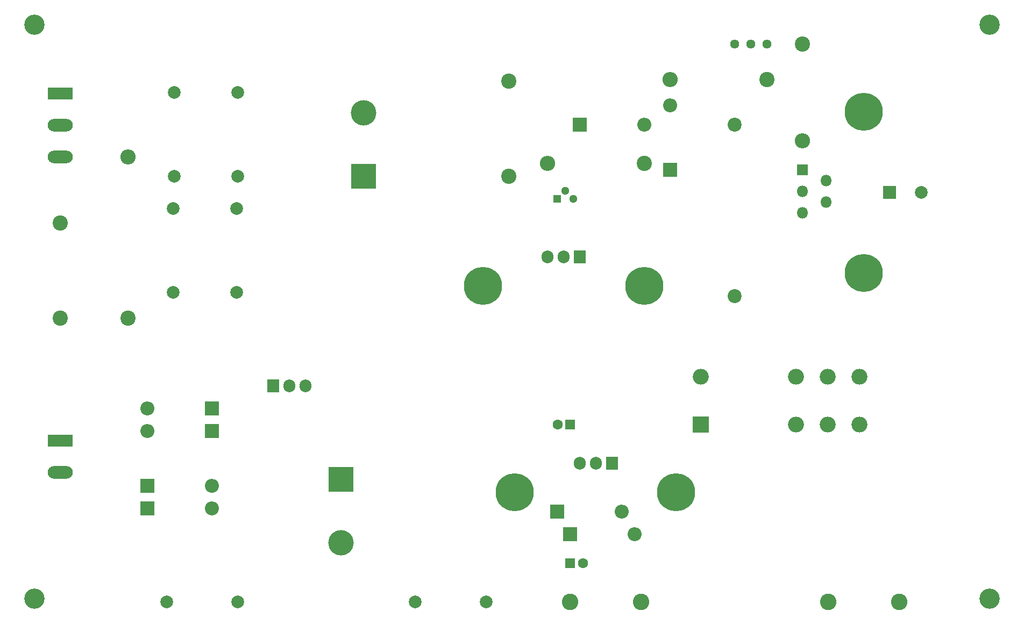
<source format=gbr>
G04 #@! TF.GenerationSoftware,KiCad,Pcbnew,(5.1.9-0-10_14)*
G04 #@! TF.CreationDate,2021-02-01T17:39:14+01:00*
G04 #@! TF.ProjectId,hv-power-supply,68762d70-6f77-4657-922d-737570706c79,rev?*
G04 #@! TF.SameCoordinates,Original*
G04 #@! TF.FileFunction,Soldermask,Bot*
G04 #@! TF.FilePolarity,Negative*
%FSLAX46Y46*%
G04 Gerber Fmt 4.6, Leading zero omitted, Abs format (unit mm)*
G04 Created by KiCad (PCBNEW (5.1.9-0-10_14)) date 2021-02-01 17:39:14*
%MOMM*%
%LPD*%
G01*
G04 APERTURE LIST*
%ADD10O,1.800000X1.800000*%
%ADD11R,1.800000X1.800000*%
%ADD12C,2.000000*%
%ADD13O,1.905000X2.000000*%
%ADD14R,1.905000X2.000000*%
%ADD15C,2.600000*%
%ADD16C,6.000000*%
%ADD17O,2.200000X2.200000*%
%ADD18R,2.200000X2.200000*%
%ADD19C,1.600000*%
%ADD20R,1.600000X1.600000*%
%ADD21C,4.000000*%
%ADD22R,4.000000X4.000000*%
%ADD23O,2.500000X2.500000*%
%ADD24R,2.500000X2.500000*%
%ADD25C,1.440000*%
%ADD26O,2.400000X2.400000*%
%ADD27C,2.400000*%
%ADD28R,1.300000X1.300000*%
%ADD29C,1.300000*%
%ADD30R,2.000000X2.000000*%
%ADD31C,2.200000*%
%ADD32O,3.960000X1.980000*%
%ADD33R,3.960000X1.980000*%
%ADD34C,3.200000*%
G04 APERTURE END LIST*
D10*
X175768000Y-87064000D03*
X179468000Y-85364000D03*
X175768000Y-83664000D03*
X179468000Y-81964000D03*
D11*
X175768000Y-80264000D03*
D12*
X125984000Y-148336000D03*
X114808000Y-148336000D03*
X75692000Y-148336000D03*
X86868000Y-148336000D03*
D13*
X97536000Y-114300000D03*
X94996000Y-114300000D03*
D14*
X92456000Y-114300000D03*
D13*
X140716000Y-126492000D03*
X143256000Y-126492000D03*
D14*
X145796000Y-126492000D03*
D15*
X150368000Y-148336000D03*
X139192000Y-148336000D03*
D16*
X130429000Y-131064000D03*
X155829000Y-131064000D03*
D17*
X149352000Y-137668000D03*
D18*
X139192000Y-137668000D03*
D17*
X147320000Y-134112000D03*
D18*
X137160000Y-134112000D03*
D19*
X141192000Y-142240000D03*
D20*
X139192000Y-142240000D03*
D19*
X137192000Y-120396000D03*
D20*
X139192000Y-120396000D03*
D21*
X103124000Y-139032000D03*
D22*
X103124000Y-129032000D03*
D23*
X159752000Y-112896000D03*
X174752000Y-112896000D03*
X179752000Y-112896000D03*
X184752000Y-112896000D03*
X184752000Y-120396000D03*
X179752000Y-120396000D03*
X174752000Y-120396000D03*
D24*
X159752000Y-120396000D03*
D15*
X191008000Y-148336000D03*
D25*
X165100000Y-60452000D03*
X167640000Y-60452000D03*
X170180000Y-60452000D03*
D26*
X154940000Y-66040000D03*
D27*
X170180000Y-66040000D03*
D26*
X175768000Y-75692000D03*
D27*
X175768000Y-60452000D03*
D26*
X135636000Y-79248000D03*
D27*
X150876000Y-79248000D03*
D13*
X135636000Y-93980000D03*
X138176000Y-93980000D03*
D14*
X140716000Y-93980000D03*
D28*
X137160000Y-84836000D03*
D29*
X139700000Y-84836000D03*
X138430000Y-83566000D03*
D16*
X185420000Y-71120000D03*
X185420000Y-96520000D03*
X150876000Y-98552000D03*
X125476000Y-98552000D03*
D17*
X154940000Y-70104000D03*
D18*
X154940000Y-80264000D03*
D17*
X150876000Y-73152000D03*
D18*
X140716000Y-73152000D03*
D12*
X194484000Y-83820000D03*
D30*
X189484000Y-83820000D03*
D31*
X165100000Y-100152000D03*
X165100000Y-73152000D03*
D32*
X58928000Y-127936000D03*
D33*
X58928000Y-122936000D03*
D32*
X58928000Y-78232000D03*
X58928000Y-73232000D03*
D33*
X58928000Y-68232000D03*
D26*
X69596000Y-78232000D03*
D27*
X69596000Y-103632000D03*
D15*
X179832000Y-148336000D03*
D34*
X205232000Y-57404000D03*
X205232000Y-147828000D03*
X54864000Y-147828000D03*
X54864000Y-57404000D03*
D17*
X72644000Y-121412000D03*
D18*
X82804000Y-121412000D03*
D17*
X72644000Y-117856000D03*
D18*
X82804000Y-117856000D03*
D17*
X82804000Y-133604000D03*
D18*
X72644000Y-133604000D03*
D17*
X82804000Y-130048000D03*
D18*
X72644000Y-130048000D03*
D27*
X129540000Y-66280000D03*
X129540000Y-81280000D03*
D21*
X106680000Y-71280000D03*
D22*
X106680000Y-81280000D03*
D12*
X76868000Y-81280000D03*
X86868000Y-81280000D03*
X86868000Y-68072000D03*
X76868000Y-68072000D03*
X76708000Y-99568000D03*
X86708000Y-99568000D03*
X86708000Y-86360000D03*
X76708000Y-86360000D03*
D27*
X58928000Y-88632000D03*
X58928000Y-103632000D03*
M02*

</source>
